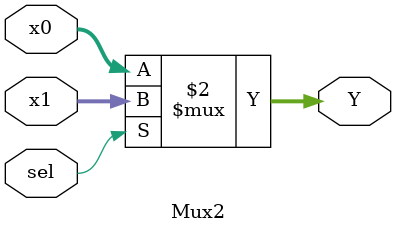
<source format=v>
module Mux2 #(parameter n=8)(input sel, input [n-1:0]x0, x1, output reg [n-1:0]Y);

	always@(*)
		Y = sel ? x1 : x0;

endmodule
</source>
